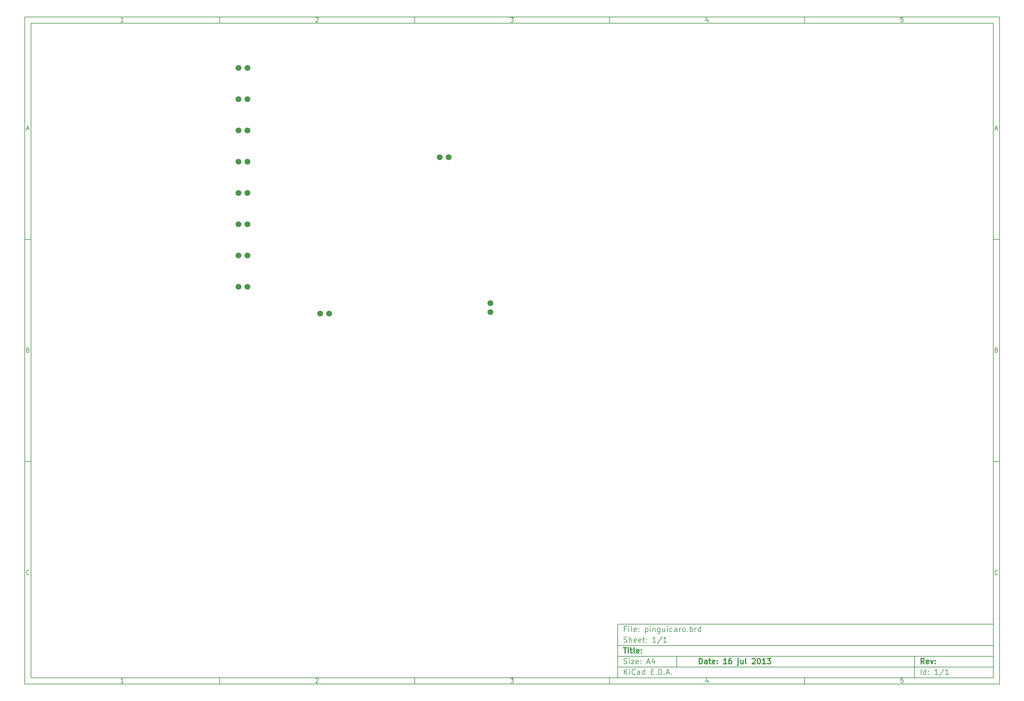
<source format=gtp>
G04 (created by PCBNEW-RS274X (2012-01-19 BZR 3256)-stable) date mar 16 jul 2013 12:41:11 ART*
G01*
G70*
G90*
%MOIN*%
G04 Gerber Fmt 3.4, Leading zero omitted, Abs format*
%FSLAX34Y34*%
G04 APERTURE LIST*
%ADD10C,0.006000*%
%ADD11C,0.012000*%
%ADD12C,0.066000*%
G04 APERTURE END LIST*
G54D10*
X04000Y-04000D02*
X113000Y-04000D01*
X113000Y-78670D01*
X04000Y-78670D01*
X04000Y-04000D01*
X04700Y-04700D02*
X112300Y-04700D01*
X112300Y-77970D01*
X04700Y-77970D01*
X04700Y-04700D01*
X25800Y-04000D02*
X25800Y-04700D01*
X15043Y-04552D02*
X14757Y-04552D01*
X14900Y-04552D02*
X14900Y-04052D01*
X14852Y-04124D01*
X14805Y-04171D01*
X14757Y-04195D01*
X25800Y-78670D02*
X25800Y-77970D01*
X15043Y-78522D02*
X14757Y-78522D01*
X14900Y-78522D02*
X14900Y-78022D01*
X14852Y-78094D01*
X14805Y-78141D01*
X14757Y-78165D01*
X47600Y-04000D02*
X47600Y-04700D01*
X36557Y-04100D02*
X36581Y-04076D01*
X36629Y-04052D01*
X36748Y-04052D01*
X36795Y-04076D01*
X36819Y-04100D01*
X36843Y-04148D01*
X36843Y-04195D01*
X36819Y-04267D01*
X36533Y-04552D01*
X36843Y-04552D01*
X47600Y-78670D02*
X47600Y-77970D01*
X36557Y-78070D02*
X36581Y-78046D01*
X36629Y-78022D01*
X36748Y-78022D01*
X36795Y-78046D01*
X36819Y-78070D01*
X36843Y-78118D01*
X36843Y-78165D01*
X36819Y-78237D01*
X36533Y-78522D01*
X36843Y-78522D01*
X69400Y-04000D02*
X69400Y-04700D01*
X58333Y-04052D02*
X58643Y-04052D01*
X58476Y-04243D01*
X58548Y-04243D01*
X58595Y-04267D01*
X58619Y-04290D01*
X58643Y-04338D01*
X58643Y-04457D01*
X58619Y-04505D01*
X58595Y-04529D01*
X58548Y-04552D01*
X58405Y-04552D01*
X58357Y-04529D01*
X58333Y-04505D01*
X69400Y-78670D02*
X69400Y-77970D01*
X58333Y-78022D02*
X58643Y-78022D01*
X58476Y-78213D01*
X58548Y-78213D01*
X58595Y-78237D01*
X58619Y-78260D01*
X58643Y-78308D01*
X58643Y-78427D01*
X58619Y-78475D01*
X58595Y-78499D01*
X58548Y-78522D01*
X58405Y-78522D01*
X58357Y-78499D01*
X58333Y-78475D01*
X91200Y-04000D02*
X91200Y-04700D01*
X80395Y-04219D02*
X80395Y-04552D01*
X80276Y-04029D02*
X80157Y-04386D01*
X80467Y-04386D01*
X91200Y-78670D02*
X91200Y-77970D01*
X80395Y-78189D02*
X80395Y-78522D01*
X80276Y-77999D02*
X80157Y-78356D01*
X80467Y-78356D01*
X102219Y-04052D02*
X101981Y-04052D01*
X101957Y-04290D01*
X101981Y-04267D01*
X102029Y-04243D01*
X102148Y-04243D01*
X102195Y-04267D01*
X102219Y-04290D01*
X102243Y-04338D01*
X102243Y-04457D01*
X102219Y-04505D01*
X102195Y-04529D01*
X102148Y-04552D01*
X102029Y-04552D01*
X101981Y-04529D01*
X101957Y-04505D01*
X102219Y-78022D02*
X101981Y-78022D01*
X101957Y-78260D01*
X101981Y-78237D01*
X102029Y-78213D01*
X102148Y-78213D01*
X102195Y-78237D01*
X102219Y-78260D01*
X102243Y-78308D01*
X102243Y-78427D01*
X102219Y-78475D01*
X102195Y-78499D01*
X102148Y-78522D01*
X102029Y-78522D01*
X101981Y-78499D01*
X101957Y-78475D01*
X04000Y-28890D02*
X04700Y-28890D01*
X04231Y-16510D02*
X04469Y-16510D01*
X04184Y-16652D02*
X04350Y-16152D01*
X04517Y-16652D01*
X113000Y-28890D02*
X112300Y-28890D01*
X112531Y-16510D02*
X112769Y-16510D01*
X112484Y-16652D02*
X112650Y-16152D01*
X112817Y-16652D01*
X04000Y-53780D02*
X04700Y-53780D01*
X04386Y-41280D02*
X04457Y-41304D01*
X04481Y-41328D01*
X04505Y-41376D01*
X04505Y-41447D01*
X04481Y-41495D01*
X04457Y-41519D01*
X04410Y-41542D01*
X04219Y-41542D01*
X04219Y-41042D01*
X04386Y-41042D01*
X04433Y-41066D01*
X04457Y-41090D01*
X04481Y-41138D01*
X04481Y-41185D01*
X04457Y-41233D01*
X04433Y-41257D01*
X04386Y-41280D01*
X04219Y-41280D01*
X113000Y-53780D02*
X112300Y-53780D01*
X112686Y-41280D02*
X112757Y-41304D01*
X112781Y-41328D01*
X112805Y-41376D01*
X112805Y-41447D01*
X112781Y-41495D01*
X112757Y-41519D01*
X112710Y-41542D01*
X112519Y-41542D01*
X112519Y-41042D01*
X112686Y-41042D01*
X112733Y-41066D01*
X112757Y-41090D01*
X112781Y-41138D01*
X112781Y-41185D01*
X112757Y-41233D01*
X112733Y-41257D01*
X112686Y-41280D01*
X112519Y-41280D01*
X04505Y-66385D02*
X04481Y-66409D01*
X04410Y-66432D01*
X04362Y-66432D01*
X04290Y-66409D01*
X04243Y-66361D01*
X04219Y-66313D01*
X04195Y-66218D01*
X04195Y-66147D01*
X04219Y-66051D01*
X04243Y-66004D01*
X04290Y-65956D01*
X04362Y-65932D01*
X04410Y-65932D01*
X04481Y-65956D01*
X04505Y-65980D01*
X112805Y-66385D02*
X112781Y-66409D01*
X112710Y-66432D01*
X112662Y-66432D01*
X112590Y-66409D01*
X112543Y-66361D01*
X112519Y-66313D01*
X112495Y-66218D01*
X112495Y-66147D01*
X112519Y-66051D01*
X112543Y-66004D01*
X112590Y-65956D01*
X112662Y-65932D01*
X112710Y-65932D01*
X112781Y-65956D01*
X112805Y-65980D01*
G54D11*
X79443Y-76413D02*
X79443Y-75813D01*
X79586Y-75813D01*
X79671Y-75841D01*
X79729Y-75899D01*
X79757Y-75956D01*
X79786Y-76070D01*
X79786Y-76156D01*
X79757Y-76270D01*
X79729Y-76327D01*
X79671Y-76384D01*
X79586Y-76413D01*
X79443Y-76413D01*
X80300Y-76413D02*
X80300Y-76099D01*
X80271Y-76041D01*
X80214Y-76013D01*
X80100Y-76013D01*
X80043Y-76041D01*
X80300Y-76384D02*
X80243Y-76413D01*
X80100Y-76413D01*
X80043Y-76384D01*
X80014Y-76327D01*
X80014Y-76270D01*
X80043Y-76213D01*
X80100Y-76184D01*
X80243Y-76184D01*
X80300Y-76156D01*
X80500Y-76013D02*
X80729Y-76013D01*
X80586Y-75813D02*
X80586Y-76327D01*
X80614Y-76384D01*
X80672Y-76413D01*
X80729Y-76413D01*
X81157Y-76384D02*
X81100Y-76413D01*
X80986Y-76413D01*
X80929Y-76384D01*
X80900Y-76327D01*
X80900Y-76099D01*
X80929Y-76041D01*
X80986Y-76013D01*
X81100Y-76013D01*
X81157Y-76041D01*
X81186Y-76099D01*
X81186Y-76156D01*
X80900Y-76213D01*
X81443Y-76356D02*
X81471Y-76384D01*
X81443Y-76413D01*
X81414Y-76384D01*
X81443Y-76356D01*
X81443Y-76413D01*
X81443Y-76041D02*
X81471Y-76070D01*
X81443Y-76099D01*
X81414Y-76070D01*
X81443Y-76041D01*
X81443Y-76099D01*
X82500Y-76413D02*
X82157Y-76413D01*
X82329Y-76413D02*
X82329Y-75813D01*
X82272Y-75899D01*
X82214Y-75956D01*
X82157Y-75984D01*
X83014Y-75813D02*
X82900Y-75813D01*
X82843Y-75841D01*
X82814Y-75870D01*
X82757Y-75956D01*
X82728Y-76070D01*
X82728Y-76299D01*
X82757Y-76356D01*
X82785Y-76384D01*
X82843Y-76413D01*
X82957Y-76413D01*
X83014Y-76384D01*
X83043Y-76356D01*
X83071Y-76299D01*
X83071Y-76156D01*
X83043Y-76099D01*
X83014Y-76070D01*
X82957Y-76041D01*
X82843Y-76041D01*
X82785Y-76070D01*
X82757Y-76099D01*
X82728Y-76156D01*
X83785Y-76013D02*
X83785Y-76527D01*
X83756Y-76584D01*
X83699Y-76613D01*
X83671Y-76613D01*
X83785Y-75813D02*
X83756Y-75841D01*
X83785Y-75870D01*
X83813Y-75841D01*
X83785Y-75813D01*
X83785Y-75870D01*
X84328Y-76013D02*
X84328Y-76413D01*
X84071Y-76013D02*
X84071Y-76327D01*
X84099Y-76384D01*
X84157Y-76413D01*
X84242Y-76413D01*
X84299Y-76384D01*
X84328Y-76356D01*
X84700Y-76413D02*
X84642Y-76384D01*
X84614Y-76327D01*
X84614Y-75813D01*
X85356Y-75870D02*
X85385Y-75841D01*
X85442Y-75813D01*
X85585Y-75813D01*
X85642Y-75841D01*
X85671Y-75870D01*
X85699Y-75927D01*
X85699Y-75984D01*
X85671Y-76070D01*
X85328Y-76413D01*
X85699Y-76413D01*
X86070Y-75813D02*
X86127Y-75813D01*
X86184Y-75841D01*
X86213Y-75870D01*
X86242Y-75927D01*
X86270Y-76041D01*
X86270Y-76184D01*
X86242Y-76299D01*
X86213Y-76356D01*
X86184Y-76384D01*
X86127Y-76413D01*
X86070Y-76413D01*
X86013Y-76384D01*
X85984Y-76356D01*
X85956Y-76299D01*
X85927Y-76184D01*
X85927Y-76041D01*
X85956Y-75927D01*
X85984Y-75870D01*
X86013Y-75841D01*
X86070Y-75813D01*
X86841Y-76413D02*
X86498Y-76413D01*
X86670Y-76413D02*
X86670Y-75813D01*
X86613Y-75899D01*
X86555Y-75956D01*
X86498Y-75984D01*
X87041Y-75813D02*
X87412Y-75813D01*
X87212Y-76041D01*
X87298Y-76041D01*
X87355Y-76070D01*
X87384Y-76099D01*
X87412Y-76156D01*
X87412Y-76299D01*
X87384Y-76356D01*
X87355Y-76384D01*
X87298Y-76413D01*
X87126Y-76413D01*
X87069Y-76384D01*
X87041Y-76356D01*
G54D10*
X71043Y-77613D02*
X71043Y-77013D01*
X71386Y-77613D02*
X71129Y-77270D01*
X71386Y-77013D02*
X71043Y-77356D01*
X71643Y-77613D02*
X71643Y-77213D01*
X71643Y-77013D02*
X71614Y-77041D01*
X71643Y-77070D01*
X71671Y-77041D01*
X71643Y-77013D01*
X71643Y-77070D01*
X72272Y-77556D02*
X72243Y-77584D01*
X72157Y-77613D01*
X72100Y-77613D01*
X72015Y-77584D01*
X71957Y-77527D01*
X71929Y-77470D01*
X71900Y-77356D01*
X71900Y-77270D01*
X71929Y-77156D01*
X71957Y-77099D01*
X72015Y-77041D01*
X72100Y-77013D01*
X72157Y-77013D01*
X72243Y-77041D01*
X72272Y-77070D01*
X72786Y-77613D02*
X72786Y-77299D01*
X72757Y-77241D01*
X72700Y-77213D01*
X72586Y-77213D01*
X72529Y-77241D01*
X72786Y-77584D02*
X72729Y-77613D01*
X72586Y-77613D01*
X72529Y-77584D01*
X72500Y-77527D01*
X72500Y-77470D01*
X72529Y-77413D01*
X72586Y-77384D01*
X72729Y-77384D01*
X72786Y-77356D01*
X73329Y-77613D02*
X73329Y-77013D01*
X73329Y-77584D02*
X73272Y-77613D01*
X73158Y-77613D01*
X73100Y-77584D01*
X73072Y-77556D01*
X73043Y-77499D01*
X73043Y-77327D01*
X73072Y-77270D01*
X73100Y-77241D01*
X73158Y-77213D01*
X73272Y-77213D01*
X73329Y-77241D01*
X74072Y-77299D02*
X74272Y-77299D01*
X74358Y-77613D02*
X74072Y-77613D01*
X74072Y-77013D01*
X74358Y-77013D01*
X74615Y-77556D02*
X74643Y-77584D01*
X74615Y-77613D01*
X74586Y-77584D01*
X74615Y-77556D01*
X74615Y-77613D01*
X74901Y-77613D02*
X74901Y-77013D01*
X75044Y-77013D01*
X75129Y-77041D01*
X75187Y-77099D01*
X75215Y-77156D01*
X75244Y-77270D01*
X75244Y-77356D01*
X75215Y-77470D01*
X75187Y-77527D01*
X75129Y-77584D01*
X75044Y-77613D01*
X74901Y-77613D01*
X75501Y-77556D02*
X75529Y-77584D01*
X75501Y-77613D01*
X75472Y-77584D01*
X75501Y-77556D01*
X75501Y-77613D01*
X75758Y-77441D02*
X76044Y-77441D01*
X75701Y-77613D02*
X75901Y-77013D01*
X76101Y-77613D01*
X76301Y-77556D02*
X76329Y-77584D01*
X76301Y-77613D01*
X76272Y-77584D01*
X76301Y-77556D01*
X76301Y-77613D01*
G54D11*
X104586Y-76413D02*
X104386Y-76127D01*
X104243Y-76413D02*
X104243Y-75813D01*
X104471Y-75813D01*
X104529Y-75841D01*
X104557Y-75870D01*
X104586Y-75927D01*
X104586Y-76013D01*
X104557Y-76070D01*
X104529Y-76099D01*
X104471Y-76127D01*
X104243Y-76127D01*
X105071Y-76384D02*
X105014Y-76413D01*
X104900Y-76413D01*
X104843Y-76384D01*
X104814Y-76327D01*
X104814Y-76099D01*
X104843Y-76041D01*
X104900Y-76013D01*
X105014Y-76013D01*
X105071Y-76041D01*
X105100Y-76099D01*
X105100Y-76156D01*
X104814Y-76213D01*
X105300Y-76013D02*
X105443Y-76413D01*
X105585Y-76013D01*
X105814Y-76356D02*
X105842Y-76384D01*
X105814Y-76413D01*
X105785Y-76384D01*
X105814Y-76356D01*
X105814Y-76413D01*
X105814Y-76041D02*
X105842Y-76070D01*
X105814Y-76099D01*
X105785Y-76070D01*
X105814Y-76041D01*
X105814Y-76099D01*
G54D10*
X71014Y-76384D02*
X71100Y-76413D01*
X71243Y-76413D01*
X71300Y-76384D01*
X71329Y-76356D01*
X71357Y-76299D01*
X71357Y-76241D01*
X71329Y-76184D01*
X71300Y-76156D01*
X71243Y-76127D01*
X71129Y-76099D01*
X71071Y-76070D01*
X71043Y-76041D01*
X71014Y-75984D01*
X71014Y-75927D01*
X71043Y-75870D01*
X71071Y-75841D01*
X71129Y-75813D01*
X71271Y-75813D01*
X71357Y-75841D01*
X71614Y-76413D02*
X71614Y-76013D01*
X71614Y-75813D02*
X71585Y-75841D01*
X71614Y-75870D01*
X71642Y-75841D01*
X71614Y-75813D01*
X71614Y-75870D01*
X71843Y-76013D02*
X72157Y-76013D01*
X71843Y-76413D01*
X72157Y-76413D01*
X72614Y-76384D02*
X72557Y-76413D01*
X72443Y-76413D01*
X72386Y-76384D01*
X72357Y-76327D01*
X72357Y-76099D01*
X72386Y-76041D01*
X72443Y-76013D01*
X72557Y-76013D01*
X72614Y-76041D01*
X72643Y-76099D01*
X72643Y-76156D01*
X72357Y-76213D01*
X72900Y-76356D02*
X72928Y-76384D01*
X72900Y-76413D01*
X72871Y-76384D01*
X72900Y-76356D01*
X72900Y-76413D01*
X72900Y-76041D02*
X72928Y-76070D01*
X72900Y-76099D01*
X72871Y-76070D01*
X72900Y-76041D01*
X72900Y-76099D01*
X73614Y-76241D02*
X73900Y-76241D01*
X73557Y-76413D02*
X73757Y-75813D01*
X73957Y-76413D01*
X74414Y-76013D02*
X74414Y-76413D01*
X74271Y-75784D02*
X74128Y-76213D01*
X74500Y-76213D01*
X104243Y-77613D02*
X104243Y-77013D01*
X104786Y-77613D02*
X104786Y-77013D01*
X104786Y-77584D02*
X104729Y-77613D01*
X104615Y-77613D01*
X104557Y-77584D01*
X104529Y-77556D01*
X104500Y-77499D01*
X104500Y-77327D01*
X104529Y-77270D01*
X104557Y-77241D01*
X104615Y-77213D01*
X104729Y-77213D01*
X104786Y-77241D01*
X105072Y-77556D02*
X105100Y-77584D01*
X105072Y-77613D01*
X105043Y-77584D01*
X105072Y-77556D01*
X105072Y-77613D01*
X105072Y-77241D02*
X105100Y-77270D01*
X105072Y-77299D01*
X105043Y-77270D01*
X105072Y-77241D01*
X105072Y-77299D01*
X106129Y-77613D02*
X105786Y-77613D01*
X105958Y-77613D02*
X105958Y-77013D01*
X105901Y-77099D01*
X105843Y-77156D01*
X105786Y-77184D01*
X106814Y-76984D02*
X106300Y-77756D01*
X107329Y-77613D02*
X106986Y-77613D01*
X107158Y-77613D02*
X107158Y-77013D01*
X107101Y-77099D01*
X107043Y-77156D01*
X106986Y-77184D01*
G54D11*
X70957Y-74613D02*
X71300Y-74613D01*
X71129Y-75213D02*
X71129Y-74613D01*
X71500Y-75213D02*
X71500Y-74813D01*
X71500Y-74613D02*
X71471Y-74641D01*
X71500Y-74670D01*
X71528Y-74641D01*
X71500Y-74613D01*
X71500Y-74670D01*
X71700Y-74813D02*
X71929Y-74813D01*
X71786Y-74613D02*
X71786Y-75127D01*
X71814Y-75184D01*
X71872Y-75213D01*
X71929Y-75213D01*
X72215Y-75213D02*
X72157Y-75184D01*
X72129Y-75127D01*
X72129Y-74613D01*
X72671Y-75184D02*
X72614Y-75213D01*
X72500Y-75213D01*
X72443Y-75184D01*
X72414Y-75127D01*
X72414Y-74899D01*
X72443Y-74841D01*
X72500Y-74813D01*
X72614Y-74813D01*
X72671Y-74841D01*
X72700Y-74899D01*
X72700Y-74956D01*
X72414Y-75013D01*
X72957Y-75156D02*
X72985Y-75184D01*
X72957Y-75213D01*
X72928Y-75184D01*
X72957Y-75156D01*
X72957Y-75213D01*
X72957Y-74841D02*
X72985Y-74870D01*
X72957Y-74899D01*
X72928Y-74870D01*
X72957Y-74841D01*
X72957Y-74899D01*
G54D10*
X71243Y-72499D02*
X71043Y-72499D01*
X71043Y-72813D02*
X71043Y-72213D01*
X71329Y-72213D01*
X71557Y-72813D02*
X71557Y-72413D01*
X71557Y-72213D02*
X71528Y-72241D01*
X71557Y-72270D01*
X71585Y-72241D01*
X71557Y-72213D01*
X71557Y-72270D01*
X71929Y-72813D02*
X71871Y-72784D01*
X71843Y-72727D01*
X71843Y-72213D01*
X72385Y-72784D02*
X72328Y-72813D01*
X72214Y-72813D01*
X72157Y-72784D01*
X72128Y-72727D01*
X72128Y-72499D01*
X72157Y-72441D01*
X72214Y-72413D01*
X72328Y-72413D01*
X72385Y-72441D01*
X72414Y-72499D01*
X72414Y-72556D01*
X72128Y-72613D01*
X72671Y-72756D02*
X72699Y-72784D01*
X72671Y-72813D01*
X72642Y-72784D01*
X72671Y-72756D01*
X72671Y-72813D01*
X72671Y-72441D02*
X72699Y-72470D01*
X72671Y-72499D01*
X72642Y-72470D01*
X72671Y-72441D01*
X72671Y-72499D01*
X73414Y-72413D02*
X73414Y-73013D01*
X73414Y-72441D02*
X73471Y-72413D01*
X73585Y-72413D01*
X73642Y-72441D01*
X73671Y-72470D01*
X73700Y-72527D01*
X73700Y-72699D01*
X73671Y-72756D01*
X73642Y-72784D01*
X73585Y-72813D01*
X73471Y-72813D01*
X73414Y-72784D01*
X73957Y-72813D02*
X73957Y-72413D01*
X73957Y-72213D02*
X73928Y-72241D01*
X73957Y-72270D01*
X73985Y-72241D01*
X73957Y-72213D01*
X73957Y-72270D01*
X74243Y-72413D02*
X74243Y-72813D01*
X74243Y-72470D02*
X74271Y-72441D01*
X74329Y-72413D01*
X74414Y-72413D01*
X74471Y-72441D01*
X74500Y-72499D01*
X74500Y-72813D01*
X75043Y-72413D02*
X75043Y-72899D01*
X75014Y-72956D01*
X74986Y-72984D01*
X74929Y-73013D01*
X74843Y-73013D01*
X74786Y-72984D01*
X75043Y-72784D02*
X74986Y-72813D01*
X74872Y-72813D01*
X74814Y-72784D01*
X74786Y-72756D01*
X74757Y-72699D01*
X74757Y-72527D01*
X74786Y-72470D01*
X74814Y-72441D01*
X74872Y-72413D01*
X74986Y-72413D01*
X75043Y-72441D01*
X75586Y-72413D02*
X75586Y-72813D01*
X75329Y-72413D02*
X75329Y-72727D01*
X75357Y-72784D01*
X75415Y-72813D01*
X75500Y-72813D01*
X75557Y-72784D01*
X75586Y-72756D01*
X75872Y-72813D02*
X75872Y-72413D01*
X75872Y-72213D02*
X75843Y-72241D01*
X75872Y-72270D01*
X75900Y-72241D01*
X75872Y-72213D01*
X75872Y-72270D01*
X76415Y-72784D02*
X76358Y-72813D01*
X76244Y-72813D01*
X76186Y-72784D01*
X76158Y-72756D01*
X76129Y-72699D01*
X76129Y-72527D01*
X76158Y-72470D01*
X76186Y-72441D01*
X76244Y-72413D01*
X76358Y-72413D01*
X76415Y-72441D01*
X76929Y-72813D02*
X76929Y-72499D01*
X76900Y-72441D01*
X76843Y-72413D01*
X76729Y-72413D01*
X76672Y-72441D01*
X76929Y-72784D02*
X76872Y-72813D01*
X76729Y-72813D01*
X76672Y-72784D01*
X76643Y-72727D01*
X76643Y-72670D01*
X76672Y-72613D01*
X76729Y-72584D01*
X76872Y-72584D01*
X76929Y-72556D01*
X77215Y-72813D02*
X77215Y-72413D01*
X77215Y-72527D02*
X77243Y-72470D01*
X77272Y-72441D01*
X77329Y-72413D01*
X77386Y-72413D01*
X77672Y-72813D02*
X77614Y-72784D01*
X77586Y-72756D01*
X77557Y-72699D01*
X77557Y-72527D01*
X77586Y-72470D01*
X77614Y-72441D01*
X77672Y-72413D01*
X77757Y-72413D01*
X77814Y-72441D01*
X77843Y-72470D01*
X77872Y-72527D01*
X77872Y-72699D01*
X77843Y-72756D01*
X77814Y-72784D01*
X77757Y-72813D01*
X77672Y-72813D01*
X78129Y-72756D02*
X78157Y-72784D01*
X78129Y-72813D01*
X78100Y-72784D01*
X78129Y-72756D01*
X78129Y-72813D01*
X78415Y-72813D02*
X78415Y-72213D01*
X78415Y-72441D02*
X78472Y-72413D01*
X78586Y-72413D01*
X78643Y-72441D01*
X78672Y-72470D01*
X78701Y-72527D01*
X78701Y-72699D01*
X78672Y-72756D01*
X78643Y-72784D01*
X78586Y-72813D01*
X78472Y-72813D01*
X78415Y-72784D01*
X78958Y-72813D02*
X78958Y-72413D01*
X78958Y-72527D02*
X78986Y-72470D01*
X79015Y-72441D01*
X79072Y-72413D01*
X79129Y-72413D01*
X79586Y-72813D02*
X79586Y-72213D01*
X79586Y-72784D02*
X79529Y-72813D01*
X79415Y-72813D01*
X79357Y-72784D01*
X79329Y-72756D01*
X79300Y-72699D01*
X79300Y-72527D01*
X79329Y-72470D01*
X79357Y-72441D01*
X79415Y-72413D01*
X79529Y-72413D01*
X79586Y-72441D01*
X71014Y-73984D02*
X71100Y-74013D01*
X71243Y-74013D01*
X71300Y-73984D01*
X71329Y-73956D01*
X71357Y-73899D01*
X71357Y-73841D01*
X71329Y-73784D01*
X71300Y-73756D01*
X71243Y-73727D01*
X71129Y-73699D01*
X71071Y-73670D01*
X71043Y-73641D01*
X71014Y-73584D01*
X71014Y-73527D01*
X71043Y-73470D01*
X71071Y-73441D01*
X71129Y-73413D01*
X71271Y-73413D01*
X71357Y-73441D01*
X71614Y-74013D02*
X71614Y-73413D01*
X71871Y-74013D02*
X71871Y-73699D01*
X71842Y-73641D01*
X71785Y-73613D01*
X71700Y-73613D01*
X71642Y-73641D01*
X71614Y-73670D01*
X72385Y-73984D02*
X72328Y-74013D01*
X72214Y-74013D01*
X72157Y-73984D01*
X72128Y-73927D01*
X72128Y-73699D01*
X72157Y-73641D01*
X72214Y-73613D01*
X72328Y-73613D01*
X72385Y-73641D01*
X72414Y-73699D01*
X72414Y-73756D01*
X72128Y-73813D01*
X72899Y-73984D02*
X72842Y-74013D01*
X72728Y-74013D01*
X72671Y-73984D01*
X72642Y-73927D01*
X72642Y-73699D01*
X72671Y-73641D01*
X72728Y-73613D01*
X72842Y-73613D01*
X72899Y-73641D01*
X72928Y-73699D01*
X72928Y-73756D01*
X72642Y-73813D01*
X73099Y-73613D02*
X73328Y-73613D01*
X73185Y-73413D02*
X73185Y-73927D01*
X73213Y-73984D01*
X73271Y-74013D01*
X73328Y-74013D01*
X73528Y-73956D02*
X73556Y-73984D01*
X73528Y-74013D01*
X73499Y-73984D01*
X73528Y-73956D01*
X73528Y-74013D01*
X73528Y-73641D02*
X73556Y-73670D01*
X73528Y-73699D01*
X73499Y-73670D01*
X73528Y-73641D01*
X73528Y-73699D01*
X74585Y-74013D02*
X74242Y-74013D01*
X74414Y-74013D02*
X74414Y-73413D01*
X74357Y-73499D01*
X74299Y-73556D01*
X74242Y-73584D01*
X75270Y-73384D02*
X74756Y-74156D01*
X75785Y-74013D02*
X75442Y-74013D01*
X75614Y-74013D02*
X75614Y-73413D01*
X75557Y-73499D01*
X75499Y-73556D01*
X75442Y-73584D01*
X70300Y-71970D02*
X70300Y-77970D01*
X70300Y-71970D02*
X112300Y-71970D01*
X70300Y-71970D02*
X112300Y-71970D01*
X70300Y-74370D02*
X112300Y-74370D01*
X103500Y-75570D02*
X103500Y-77970D01*
X70300Y-76770D02*
X112300Y-76770D01*
X70300Y-75570D02*
X112300Y-75570D01*
X76900Y-75570D02*
X76900Y-76770D01*
G54D12*
X38055Y-37205D03*
X37055Y-37205D03*
X28900Y-30700D03*
X27900Y-30700D03*
X28900Y-27200D03*
X27900Y-27200D03*
X28900Y-23700D03*
X27900Y-23700D03*
X28900Y-20200D03*
X27900Y-20200D03*
X28900Y-16700D03*
X27900Y-16700D03*
X28900Y-13200D03*
X27900Y-13200D03*
X28900Y-09700D03*
X27900Y-09700D03*
X50400Y-19700D03*
X51400Y-19700D03*
X56080Y-37040D03*
X56080Y-36040D03*
X28900Y-34200D03*
X27900Y-34200D03*
M02*

</source>
